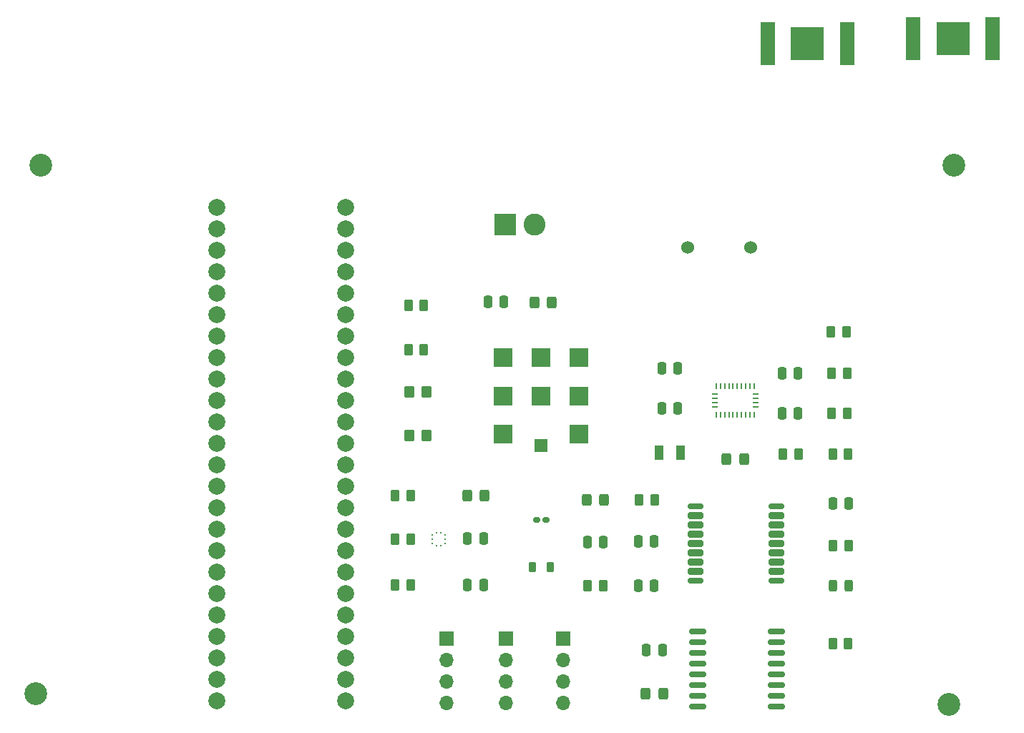
<source format=gbr>
%TF.GenerationSoftware,KiCad,Pcbnew,7.0.7*%
%TF.CreationDate,2024-01-17T14:09:09-05:00*%
%TF.ProjectId,Unified_Board,556e6966-6965-4645-9f42-6f6172642e6b,rev?*%
%TF.SameCoordinates,Original*%
%TF.FileFunction,Soldermask,Top*%
%TF.FilePolarity,Negative*%
%FSLAX46Y46*%
G04 Gerber Fmt 4.6, Leading zero omitted, Abs format (unit mm)*
G04 Created by KiCad (PCBNEW 7.0.7) date 2024-01-17 14:09:09*
%MOMM*%
%LPD*%
G01*
G04 APERTURE LIST*
G04 Aperture macros list*
%AMRoundRect*
0 Rectangle with rounded corners*
0 $1 Rounding radius*
0 $2 $3 $4 $5 $6 $7 $8 $9 X,Y pos of 4 corners*
0 Add a 4 corners polygon primitive as box body*
4,1,4,$2,$3,$4,$5,$6,$7,$8,$9,$2,$3,0*
0 Add four circle primitives for the rounded corners*
1,1,$1+$1,$2,$3*
1,1,$1+$1,$4,$5*
1,1,$1+$1,$6,$7*
1,1,$1+$1,$8,$9*
0 Add four rect primitives between the rounded corners*
20,1,$1+$1,$2,$3,$4,$5,0*
20,1,$1+$1,$4,$5,$6,$7,0*
20,1,$1+$1,$6,$7,$8,$9,0*
20,1,$1+$1,$8,$9,$2,$3,0*%
G04 Aperture macros list end*
%ADD10R,1.700000X1.700000*%
%ADD11O,1.700000X1.700000*%
%ADD12RoundRect,0.250000X-0.325000X-0.450000X0.325000X-0.450000X0.325000X0.450000X-0.325000X0.450000X0*%
%ADD13RoundRect,0.250000X-0.262500X-0.450000X0.262500X-0.450000X0.262500X0.450000X-0.262500X0.450000X0*%
%ADD14RoundRect,0.250000X0.250000X0.475000X-0.250000X0.475000X-0.250000X-0.475000X0.250000X-0.475000X0*%
%ADD15RoundRect,0.250000X-0.250000X-0.475000X0.250000X-0.475000X0.250000X0.475000X-0.250000X0.475000X0*%
%ADD16R,1.500000X1.500000*%
%ADD17R,2.300000X2.300000*%
%ADD18R,2.600000X2.600000*%
%ADD19C,2.600000*%
%ADD20R,0.250000X0.275000*%
%ADD21R,0.275000X0.250000*%
%ADD22C,2.700000*%
%ADD23C,1.524000*%
%ADD24R,0.254000X0.675000*%
%ADD25R,0.675000X0.254000*%
%ADD26RoundRect,0.150000X-0.875000X-0.150000X0.875000X-0.150000X0.875000X0.150000X-0.875000X0.150000X0*%
%ADD27R,1.780000X5.080000*%
%ADD28R,3.960000X3.960000*%
%ADD29R,1.000000X1.800000*%
%ADD30RoundRect,0.175000X-0.725000X-0.175000X0.725000X-0.175000X0.725000X0.175000X-0.725000X0.175000X0*%
%ADD31RoundRect,0.200000X-0.700000X-0.200000X0.700000X-0.200000X0.700000X0.200000X-0.700000X0.200000X0*%
%ADD32RoundRect,0.218750X0.218750X0.381250X-0.218750X0.381250X-0.218750X-0.381250X0.218750X-0.381250X0*%
%ADD33RoundRect,0.243750X-0.243750X-0.456250X0.243750X-0.456250X0.243750X0.456250X-0.243750X0.456250X0*%
%ADD34RoundRect,0.250000X-0.350000X-0.450000X0.350000X-0.450000X0.350000X0.450000X-0.350000X0.450000X0*%
%ADD35C,2.000000*%
%ADD36RoundRect,0.160000X-0.222500X-0.160000X0.222500X-0.160000X0.222500X0.160000X-0.222500X0.160000X0*%
G04 APERTURE END LIST*
D10*
%TO.C,J3*%
X107600000Y-96000000D03*
D11*
X107600000Y-98540000D03*
X107600000Y-101080000D03*
X107600000Y-103620000D03*
%TD*%
D12*
%TO.C,D2*%
X131175000Y-102600000D03*
X133225000Y-102600000D03*
%TD*%
D13*
%TO.C,R15*%
X103087500Y-56600000D03*
X104912500Y-56600000D03*
%TD*%
D14*
%TO.C,C10*%
X133150000Y-97400000D03*
X131250000Y-97400000D03*
%TD*%
D15*
%TO.C,C7*%
X130250000Y-84550000D03*
X132150000Y-84550000D03*
%TD*%
D16*
%TO.C,ANT1*%
X118800000Y-73200000D03*
D17*
X114300000Y-71800000D03*
X123300000Y-71800000D03*
X114300000Y-67300000D03*
X118800000Y-67300000D03*
X123300000Y-67300000D03*
X114300000Y-62800000D03*
X118800000Y-62800000D03*
X123300000Y-62800000D03*
%TD*%
D15*
%TO.C,C12*%
X124250000Y-84600000D03*
X126150000Y-84600000D03*
%TD*%
D12*
%TO.C,D5*%
X140725000Y-74750000D03*
X142775000Y-74750000D03*
%TD*%
D14*
%TO.C,C11*%
X114400000Y-56200000D03*
X112500000Y-56200000D03*
%TD*%
D18*
%TO.C,J1*%
X114500000Y-47000000D03*
D19*
X118000000Y-47000000D03*
%TD*%
D13*
%TO.C,R4*%
X101525000Y-84300000D03*
X103350000Y-84300000D03*
%TD*%
%TO.C,R16*%
X130400000Y-79600000D03*
X132225000Y-79600000D03*
%TD*%
D20*
%TO.C,Alt1*%
X106887500Y-83537500D03*
X106387500Y-83537500D03*
D21*
X105875000Y-83800000D03*
X105875000Y-84300000D03*
X105875000Y-84800000D03*
D20*
X106387500Y-85062500D03*
X106887500Y-85062500D03*
D21*
X107400000Y-84800000D03*
X107400000Y-84300000D03*
X107400000Y-83800000D03*
%TD*%
D15*
%TO.C,C5*%
X133050000Y-68750000D03*
X134950000Y-68750000D03*
%TD*%
D13*
%TO.C,R3*%
X101525000Y-89700000D03*
X103350000Y-89700000D03*
%TD*%
D22*
%TO.C,H1*%
X167600000Y-40000000D03*
%TD*%
D23*
%TO.C,BZ1*%
X136100000Y-49750000D03*
X143600000Y-49750000D03*
%TD*%
D13*
%TO.C,R14*%
X103087500Y-61800000D03*
X104912500Y-61800000D03*
%TD*%
D12*
%TO.C,D4*%
X110012500Y-79100000D03*
X112062500Y-79100000D03*
%TD*%
%TO.C,D3*%
X124175000Y-79600000D03*
X126225000Y-79600000D03*
%TD*%
D10*
%TO.C,J2*%
X114600000Y-96000000D03*
D11*
X114600000Y-98540000D03*
X114600000Y-101080000D03*
X114600000Y-103620000D03*
%TD*%
D24*
%TO.C,U1*%
X144000000Y-69500000D03*
D25*
X144137500Y-68587500D03*
X144137500Y-68087500D03*
X144137500Y-67587500D03*
X144137500Y-67087500D03*
D24*
X144000000Y-66175000D03*
X143500000Y-66175000D03*
X143000000Y-66175000D03*
X142500000Y-66175000D03*
X142000000Y-66175000D03*
X141500000Y-66175000D03*
X141000000Y-66175000D03*
X140500000Y-66175000D03*
X140000000Y-66175000D03*
X139500000Y-66175000D03*
D25*
X139362500Y-67087500D03*
X139362500Y-67587500D03*
X139362500Y-68087500D03*
X139362500Y-68587500D03*
D24*
X139500000Y-69500000D03*
X140000000Y-69500000D03*
X140500000Y-69500000D03*
X141000000Y-69500000D03*
X141500000Y-69500000D03*
X142000000Y-69500000D03*
X142500000Y-69500000D03*
X143000000Y-69500000D03*
X143500000Y-69500000D03*
%TD*%
D26*
%TO.C,U3*%
X137350000Y-95155000D03*
X137350000Y-96425000D03*
X137350000Y-97695000D03*
X137350000Y-98965000D03*
X137350000Y-100235000D03*
X137350000Y-101505000D03*
X137350000Y-102775000D03*
X137350000Y-104045000D03*
X146650000Y-104045000D03*
X146650000Y-102775000D03*
X146650000Y-101505000D03*
X146650000Y-100235000D03*
X146650000Y-98965000D03*
X146650000Y-97695000D03*
X146650000Y-96425000D03*
X146650000Y-95155000D03*
%TD*%
D15*
%TO.C,C2*%
X110087500Y-84200000D03*
X111987500Y-84200000D03*
%TD*%
D13*
%TO.C,R11*%
X153087500Y-59750000D03*
X154912500Y-59750000D03*
%TD*%
%TO.C,R7*%
X153275000Y-74162500D03*
X155100000Y-74162500D03*
%TD*%
%TO.C,R12*%
X101525000Y-79100000D03*
X103350000Y-79100000D03*
%TD*%
D27*
%TO.C,BT1*%
X145600000Y-25600000D03*
X155000000Y-25600000D03*
D28*
X150300000Y-25600000D03*
%TD*%
D14*
%TO.C,C8*%
X132150000Y-89800000D03*
X130250000Y-89800000D03*
%TD*%
D29*
%TO.C,Y1*%
X132750000Y-74000000D03*
X135250000Y-74000000D03*
%TD*%
D30*
%TO.C,U2*%
X137100000Y-80400000D03*
D31*
X137100000Y-81500000D03*
X137100000Y-82600000D03*
X137100000Y-83700000D03*
X137100000Y-84800000D03*
X137100000Y-85900000D03*
X137100000Y-87000000D03*
X137100000Y-88100000D03*
D30*
X137100000Y-89200000D03*
X146600000Y-89200000D03*
D31*
X146600000Y-88100000D03*
X146600000Y-87000000D03*
X146600000Y-85900000D03*
X146600000Y-84800000D03*
X146600000Y-83700000D03*
X146600000Y-82600000D03*
X146600000Y-81500000D03*
D30*
X146600000Y-80400000D03*
%TD*%
D10*
%TO.C,J4*%
X121400000Y-96000000D03*
D11*
X121400000Y-98540000D03*
X121400000Y-101080000D03*
X121400000Y-103620000D03*
%TD*%
D13*
%TO.C,R6*%
X153187500Y-69412500D03*
X155012500Y-69412500D03*
%TD*%
D32*
%TO.C,FB1*%
X119862500Y-87600000D03*
X117737500Y-87600000D03*
%TD*%
D22*
%TO.C,H3*%
X59000000Y-102600000D03*
%TD*%
D33*
%TO.C,D1*%
X153312500Y-89800000D03*
X155187500Y-89800000D03*
%TD*%
D14*
%TO.C,C1*%
X111987500Y-89700000D03*
X110087500Y-89700000D03*
%TD*%
D34*
%TO.C,R1*%
X103200000Y-66800000D03*
X105200000Y-66800000D03*
%TD*%
D13*
%TO.C,R5*%
X153187500Y-64662500D03*
X155012500Y-64662500D03*
%TD*%
D12*
%TO.C,D6*%
X117975000Y-56250000D03*
X120025000Y-56250000D03*
%TD*%
D13*
%TO.C,R9*%
X153337500Y-85000000D03*
X155162500Y-85000000D03*
%TD*%
D15*
%TO.C,C6*%
X133050000Y-64000000D03*
X134950000Y-64000000D03*
%TD*%
%TO.C,C9*%
X153300000Y-80000000D03*
X155200000Y-80000000D03*
%TD*%
D27*
%TO.C,BT2*%
X162800000Y-25000000D03*
X172200000Y-25000000D03*
D28*
X167500000Y-25000000D03*
%TD*%
D22*
%TO.C,H2*%
X59580000Y-40000000D03*
%TD*%
D15*
%TO.C,C3*%
X147300000Y-69412500D03*
X149200000Y-69412500D03*
%TD*%
D13*
%TO.C,R10*%
X153287500Y-96600000D03*
X155112500Y-96600000D03*
%TD*%
D22*
%TO.C,H4*%
X167000000Y-103800000D03*
%TD*%
D15*
%TO.C,C4*%
X147300000Y-64662500D03*
X149200000Y-64662500D03*
%TD*%
D13*
%TO.C,R8*%
X147425000Y-74162500D03*
X149250000Y-74162500D03*
%TD*%
D35*
%TO.C,Teensy4.1*%
X80380000Y-44990000D03*
X80380000Y-47530000D03*
X80380000Y-50070000D03*
X80380000Y-52610000D03*
X80380000Y-55150000D03*
X80380000Y-57690000D03*
X80380000Y-60230000D03*
X80380000Y-62770000D03*
X80380000Y-65310000D03*
X80380000Y-67850000D03*
X80380000Y-70390000D03*
X80380000Y-72930000D03*
X80380000Y-75470000D03*
X80380000Y-78010000D03*
X80380000Y-80550000D03*
X80380000Y-83090000D03*
X80380000Y-85630000D03*
X80380000Y-88170000D03*
X80380000Y-90710000D03*
X80380000Y-93250000D03*
X80380000Y-95790000D03*
X80380000Y-98330000D03*
X80380000Y-100870000D03*
X80380000Y-103410000D03*
X95620000Y-103410000D03*
X95620000Y-100870000D03*
X95620000Y-98330000D03*
X95620000Y-95790000D03*
X95620000Y-93250000D03*
X95620000Y-90710000D03*
X95620000Y-88170000D03*
X95620000Y-85630000D03*
X95620000Y-83090000D03*
X95620000Y-80550000D03*
X95620000Y-78010000D03*
X95620000Y-75470000D03*
X95620000Y-72930000D03*
X95620000Y-70390000D03*
X95620000Y-67850000D03*
X95620000Y-65310000D03*
X95620000Y-62770000D03*
X95620000Y-60230000D03*
X95620000Y-57690000D03*
X95620000Y-55150000D03*
X95620000Y-52610000D03*
X95620000Y-50070000D03*
X95620000Y-47530000D03*
X95620000Y-44990000D03*
%TD*%
D36*
%TO.C,D7*%
X118227500Y-82000000D03*
X119372500Y-82000000D03*
%TD*%
D13*
%TO.C,R13*%
X124287500Y-89800000D03*
X126112500Y-89800000D03*
%TD*%
D34*
%TO.C,R2*%
X103200000Y-72000000D03*
X105200000Y-72000000D03*
%TD*%
M02*

</source>
